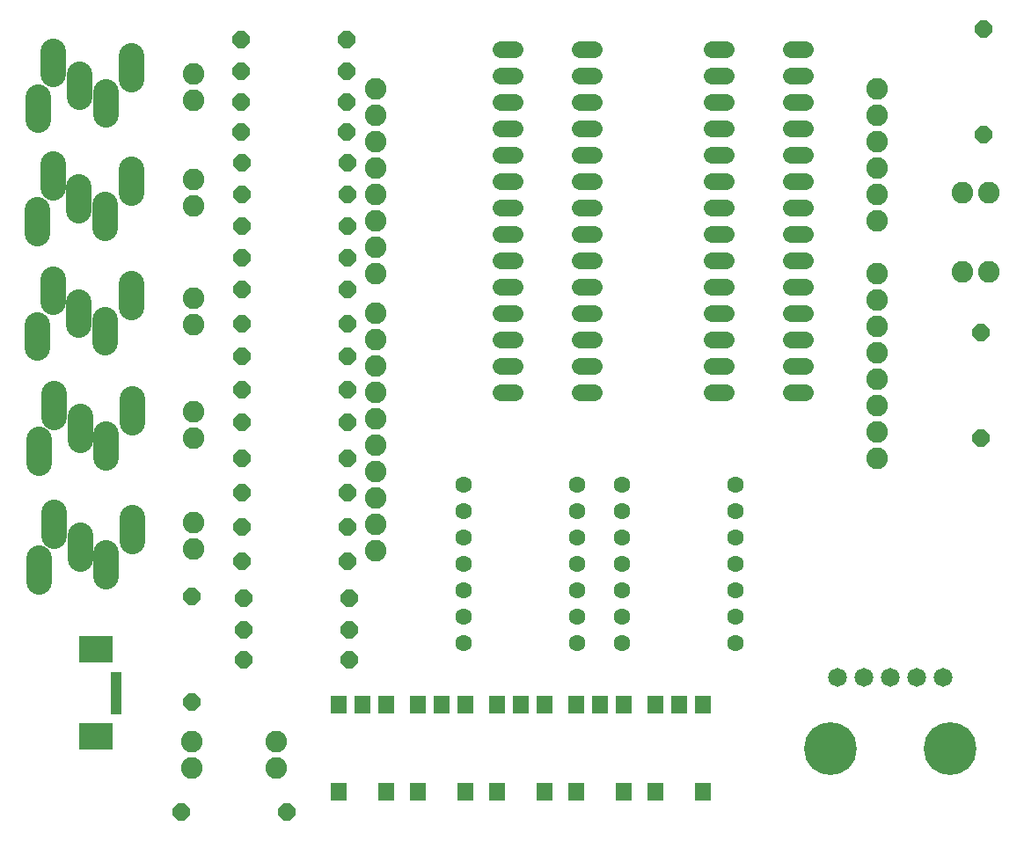
<source format=gts>
G75*
%MOIN*%
%OFA0B0*%
%FSLAX25Y25*%
%IPPOS*%
%LPD*%
%AMOC8*
5,1,8,0,0,1.08239X$1,22.5*
%
%ADD10C,0.08200*%
%ADD11C,0.06400*%
%ADD12OC8,0.06400*%
%ADD13C,0.06294*%
%ADD14C,0.09658*%
%ADD15R,0.03950X0.01981*%
%ADD16R,0.12808X0.10249*%
%ADD17R,0.06312X0.07099*%
%ADD18C,0.07137*%
%ADD19C,0.19993*%
D10*
X0085500Y0032500D03*
X0085500Y0042500D03*
X0117500Y0042500D03*
X0117500Y0032500D03*
X0086000Y0115500D03*
X0086000Y0125500D03*
X0086000Y0157500D03*
X0086000Y0167500D03*
X0086000Y0200500D03*
X0086000Y0210500D03*
X0086000Y0245500D03*
X0086000Y0255500D03*
X0086000Y0285500D03*
X0086000Y0295500D03*
X0155000Y0290000D03*
X0155000Y0280000D03*
X0155000Y0270000D03*
X0155000Y0260000D03*
X0155000Y0250000D03*
X0155000Y0240000D03*
X0155000Y0230000D03*
X0155000Y0220000D03*
X0155000Y0205000D03*
X0155000Y0195000D03*
X0155000Y0185000D03*
X0155000Y0175000D03*
X0155000Y0165000D03*
X0155000Y0155000D03*
X0155000Y0145000D03*
X0155000Y0135000D03*
X0155000Y0125000D03*
X0155000Y0115000D03*
X0345000Y0150000D03*
X0345000Y0160000D03*
X0345000Y0170000D03*
X0345000Y0180000D03*
X0345000Y0190000D03*
X0345000Y0200000D03*
X0345000Y0210000D03*
X0345000Y0220000D03*
X0345000Y0240000D03*
X0345000Y0250000D03*
X0345000Y0260000D03*
X0345000Y0270000D03*
X0345000Y0280000D03*
X0345000Y0290000D03*
X0377500Y0250500D03*
X0387500Y0250500D03*
X0387500Y0220500D03*
X0377500Y0220500D03*
D11*
X0317800Y0225000D02*
X0312200Y0225000D01*
X0312200Y0215000D02*
X0317800Y0215000D01*
X0317800Y0205000D02*
X0312200Y0205000D01*
X0312200Y0195000D02*
X0317800Y0195000D01*
X0317800Y0185000D02*
X0312200Y0185000D01*
X0312200Y0175000D02*
X0317800Y0175000D01*
X0287800Y0175000D02*
X0282200Y0175000D01*
X0282200Y0185000D02*
X0287800Y0185000D01*
X0287800Y0195000D02*
X0282200Y0195000D01*
X0282200Y0205000D02*
X0287800Y0205000D01*
X0287800Y0215000D02*
X0282200Y0215000D01*
X0282200Y0225000D02*
X0287800Y0225000D01*
X0287800Y0235000D02*
X0282200Y0235000D01*
X0282200Y0245000D02*
X0287800Y0245000D01*
X0287800Y0255000D02*
X0282200Y0255000D01*
X0282200Y0265000D02*
X0287800Y0265000D01*
X0287800Y0275000D02*
X0282200Y0275000D01*
X0282200Y0285000D02*
X0287800Y0285000D01*
X0287800Y0295000D02*
X0282200Y0295000D01*
X0282200Y0305000D02*
X0287800Y0305000D01*
X0312200Y0305000D02*
X0317800Y0305000D01*
X0317800Y0295000D02*
X0312200Y0295000D01*
X0312200Y0285000D02*
X0317800Y0285000D01*
X0317800Y0275000D02*
X0312200Y0275000D01*
X0312200Y0265000D02*
X0317800Y0265000D01*
X0317800Y0255000D02*
X0312200Y0255000D01*
X0312200Y0245000D02*
X0317800Y0245000D01*
X0317800Y0235000D02*
X0312200Y0235000D01*
X0237800Y0235000D02*
X0232200Y0235000D01*
X0232200Y0245000D02*
X0237800Y0245000D01*
X0237800Y0255000D02*
X0232200Y0255000D01*
X0232200Y0265000D02*
X0237800Y0265000D01*
X0237800Y0275000D02*
X0232200Y0275000D01*
X0232200Y0285000D02*
X0237800Y0285000D01*
X0237800Y0295000D02*
X0232200Y0295000D01*
X0232200Y0305000D02*
X0237800Y0305000D01*
X0207800Y0305000D02*
X0202200Y0305000D01*
X0202200Y0295000D02*
X0207800Y0295000D01*
X0207800Y0285000D02*
X0202200Y0285000D01*
X0202200Y0275000D02*
X0207800Y0275000D01*
X0207800Y0265000D02*
X0202200Y0265000D01*
X0202200Y0255000D02*
X0207800Y0255000D01*
X0207800Y0245000D02*
X0202200Y0245000D01*
X0202200Y0235000D02*
X0207800Y0235000D01*
X0207800Y0225000D02*
X0202200Y0225000D01*
X0202200Y0215000D02*
X0207800Y0215000D01*
X0207800Y0205000D02*
X0202200Y0205000D01*
X0202200Y0195000D02*
X0207800Y0195000D01*
X0207800Y0185000D02*
X0202200Y0185000D01*
X0202200Y0175000D02*
X0207800Y0175000D01*
X0232200Y0175000D02*
X0237800Y0175000D01*
X0237800Y0185000D02*
X0232200Y0185000D01*
X0232200Y0195000D02*
X0237800Y0195000D01*
X0237800Y0205000D02*
X0232200Y0205000D01*
X0232200Y0215000D02*
X0237800Y0215000D01*
X0237800Y0225000D02*
X0232200Y0225000D01*
D12*
X0144500Y0226000D03*
X0144500Y0214000D03*
X0144500Y0201000D03*
X0144500Y0188500D03*
X0144500Y0176000D03*
X0144500Y0163500D03*
X0144500Y0150000D03*
X0144500Y0137000D03*
X0144500Y0124000D03*
X0144500Y0111000D03*
X0145000Y0097000D03*
X0145000Y0085000D03*
X0145000Y0073500D03*
X0105000Y0073500D03*
X0105000Y0085000D03*
X0105000Y0097000D03*
X0104500Y0111000D03*
X0104500Y0124000D03*
X0104500Y0137000D03*
X0104500Y0150000D03*
X0104500Y0163500D03*
X0104500Y0176000D03*
X0104500Y0188500D03*
X0104500Y0201000D03*
X0104500Y0214000D03*
X0104500Y0226000D03*
X0104500Y0238000D03*
X0104500Y0250000D03*
X0104500Y0262000D03*
X0104000Y0273500D03*
X0104000Y0285000D03*
X0104000Y0296500D03*
X0104000Y0308500D03*
X0144000Y0308500D03*
X0144000Y0296500D03*
X0144000Y0285000D03*
X0144000Y0273500D03*
X0144500Y0262000D03*
X0144500Y0250000D03*
X0144500Y0238000D03*
X0085500Y0097500D03*
X0085500Y0057500D03*
X0081500Y0016000D03*
X0121500Y0016000D03*
X0384500Y0157500D03*
X0384500Y0197500D03*
X0385500Y0272500D03*
X0385500Y0312500D03*
D13*
X0291496Y0140000D03*
X0291496Y0130000D03*
X0291496Y0120000D03*
X0291496Y0110000D03*
X0291496Y0100000D03*
X0291496Y0090000D03*
X0291496Y0080000D03*
X0248504Y0080000D03*
X0248504Y0090000D03*
X0248504Y0100000D03*
X0248504Y0110000D03*
X0248504Y0120000D03*
X0248504Y0130000D03*
X0248504Y0140000D03*
X0231496Y0140000D03*
X0231496Y0130000D03*
X0231496Y0120000D03*
X0231496Y0110000D03*
X0231496Y0100000D03*
X0231496Y0090000D03*
X0231496Y0080000D03*
X0188504Y0080000D03*
X0188504Y0090000D03*
X0188504Y0100000D03*
X0188504Y0110000D03*
X0188504Y0120000D03*
X0188504Y0130000D03*
X0188504Y0140000D03*
D14*
X0062685Y0127622D02*
X0062685Y0118764D01*
X0052843Y0114236D02*
X0052843Y0105378D01*
X0043000Y0112071D02*
X0043000Y0120929D01*
X0033157Y0120732D02*
X0033157Y0129591D01*
X0027252Y0112268D02*
X0027252Y0103409D01*
X0027252Y0148409D02*
X0027252Y0157268D01*
X0033157Y0165732D02*
X0033157Y0174591D01*
X0043000Y0165929D02*
X0043000Y0157071D01*
X0052843Y0159236D02*
X0052843Y0150378D01*
X0062685Y0163764D02*
X0062685Y0172622D01*
X0052343Y0193878D02*
X0052343Y0202736D01*
X0062185Y0207264D02*
X0062185Y0216122D01*
X0042500Y0209429D02*
X0042500Y0200571D01*
X0032657Y0209232D02*
X0032657Y0218091D01*
X0026752Y0200768D02*
X0026752Y0191909D01*
X0026752Y0235409D02*
X0026752Y0244268D01*
X0032657Y0252732D02*
X0032657Y0261591D01*
X0042500Y0252929D02*
X0042500Y0244071D01*
X0052343Y0246236D02*
X0052343Y0237378D01*
X0062185Y0250764D02*
X0062185Y0259622D01*
X0052520Y0280224D02*
X0052520Y0289083D01*
X0062362Y0293610D02*
X0062362Y0302469D01*
X0042677Y0295776D02*
X0042677Y0286917D01*
X0032835Y0295579D02*
X0032835Y0304437D01*
X0026929Y0287114D02*
X0026929Y0278256D01*
D15*
X0056638Y0067874D03*
X0056638Y0065906D03*
X0056638Y0063937D03*
X0056638Y0061969D03*
X0056638Y0060000D03*
X0056638Y0058031D03*
X0056638Y0056063D03*
X0056638Y0054094D03*
D16*
X0049059Y0044449D03*
X0049059Y0077520D03*
D17*
X0141142Y0056535D03*
X0150000Y0056535D03*
X0158858Y0056535D03*
X0171142Y0056535D03*
X0180000Y0056535D03*
X0188858Y0056535D03*
X0201142Y0056535D03*
X0210000Y0056535D03*
X0218858Y0056535D03*
X0231142Y0056535D03*
X0240000Y0056535D03*
X0248858Y0056535D03*
X0261142Y0056535D03*
X0270000Y0056535D03*
X0278858Y0056535D03*
X0278858Y0023465D03*
X0261142Y0023465D03*
X0248858Y0023465D03*
X0231142Y0023465D03*
X0218858Y0023465D03*
X0201142Y0023465D03*
X0188858Y0023465D03*
X0171142Y0023465D03*
X0158858Y0023465D03*
X0141142Y0023465D03*
D18*
X0330000Y0066969D03*
X0340000Y0066969D03*
X0350000Y0066969D03*
X0360000Y0066969D03*
X0370000Y0066969D03*
D19*
X0372638Y0040000D03*
X0327362Y0040000D03*
M02*

</source>
